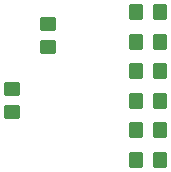
<source format=gbr>
%TF.GenerationSoftware,KiCad,Pcbnew,8.0.0*%
%TF.CreationDate,2024-04-08T20:49:20-04:00*%
%TF.ProjectId,Final Project,46696e61-6c20-4507-926f-6a6563742e6b,rev?*%
%TF.SameCoordinates,Original*%
%TF.FileFunction,Paste,Top*%
%TF.FilePolarity,Positive*%
%FSLAX46Y46*%
G04 Gerber Fmt 4.6, Leading zero omitted, Abs format (unit mm)*
G04 Created by KiCad (PCBNEW 8.0.0) date 2024-04-08 20:49:20*
%MOMM*%
%LPD*%
G01*
G04 APERTURE LIST*
G04 Aperture macros list*
%AMRoundRect*
0 Rectangle with rounded corners*
0 $1 Rounding radius*
0 $2 $3 $4 $5 $6 $7 $8 $9 X,Y pos of 4 corners*
0 Add a 4 corners polygon primitive as box body*
4,1,4,$2,$3,$4,$5,$6,$7,$8,$9,$2,$3,0*
0 Add four circle primitives for the rounded corners*
1,1,$1+$1,$2,$3*
1,1,$1+$1,$4,$5*
1,1,$1+$1,$6,$7*
1,1,$1+$1,$8,$9*
0 Add four rect primitives between the rounded corners*
20,1,$1+$1,$2,$3,$4,$5,0*
20,1,$1+$1,$4,$5,$6,$7,0*
20,1,$1+$1,$6,$7,$8,$9,0*
20,1,$1+$1,$8,$9,$2,$3,0*%
G04 Aperture macros list end*
%ADD10RoundRect,0.250000X-0.450000X0.350000X-0.450000X-0.350000X0.450000X-0.350000X0.450000X0.350000X0*%
%ADD11RoundRect,0.250000X-0.350000X-0.450000X0.350000X-0.450000X0.350000X0.450000X-0.350000X0.450000X0*%
%ADD12RoundRect,0.250000X0.350000X0.450000X-0.350000X0.450000X-0.350000X-0.450000X0.350000X-0.450000X0*%
G04 APERTURE END LIST*
D10*
%TO.C,R7*%
X69500000Y-65000000D03*
X69500000Y-67000000D03*
%TD*%
D11*
%TO.C,R4*%
X77000000Y-71500000D03*
X79000000Y-71500000D03*
%TD*%
%TO.C,R2*%
X77000000Y-66500000D03*
X79000000Y-66500000D03*
%TD*%
D10*
%TO.C,R8*%
X66500000Y-70500000D03*
X66500000Y-72500000D03*
%TD*%
D11*
%TO.C,R1*%
X77000000Y-64000000D03*
X79000000Y-64000000D03*
%TD*%
%TO.C,R6*%
X77000000Y-76500000D03*
X79000000Y-76500000D03*
%TD*%
D12*
%TO.C,R3*%
X79000000Y-69000000D03*
X77000000Y-69000000D03*
%TD*%
D11*
%TO.C,R5*%
X77000000Y-74000000D03*
X79000000Y-74000000D03*
%TD*%
M02*

</source>
